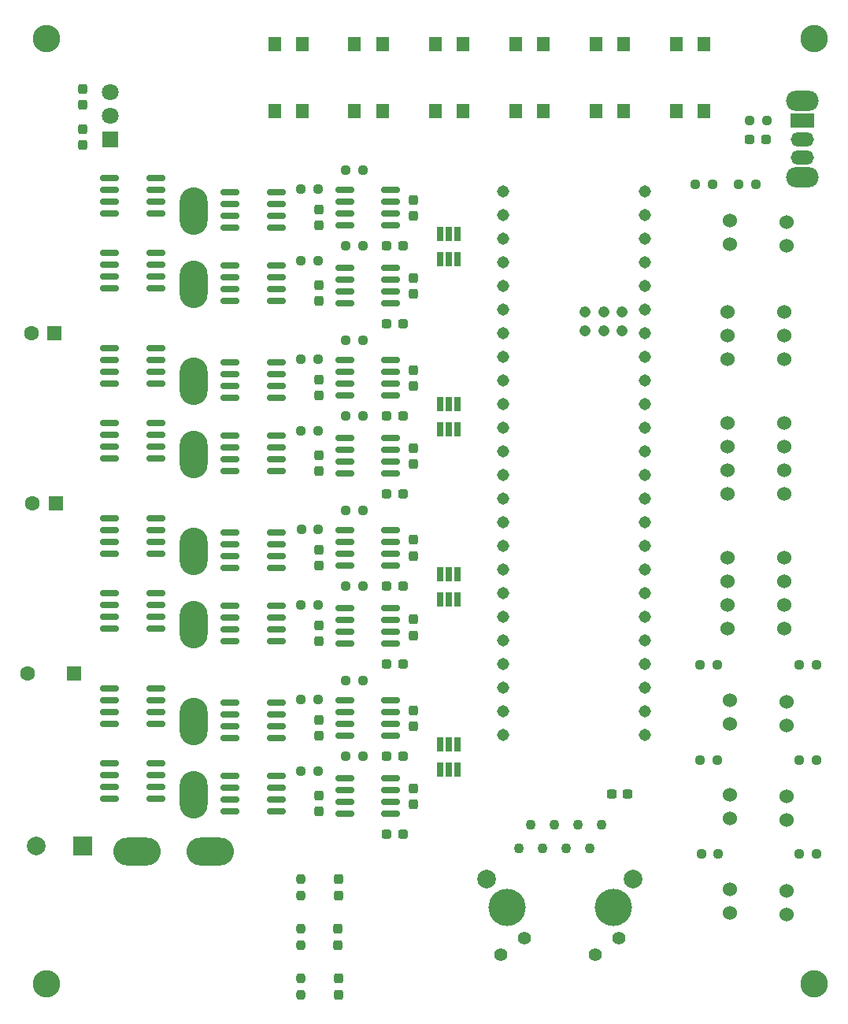
<source format=gts>
G04 #@! TF.GenerationSoftware,KiCad,Pcbnew,7.0.7*
G04 #@! TF.CreationDate,2024-04-12T20:50:38-05:00*
G04 #@! TF.ProjectId,Science_Actuation,53636965-6e63-4655-9f41-637475617469,rev?*
G04 #@! TF.SameCoordinates,Original*
G04 #@! TF.FileFunction,Soldermask,Top*
G04 #@! TF.FilePolarity,Negative*
%FSLAX46Y46*%
G04 Gerber Fmt 4.6, Leading zero omitted, Abs format (unit mm)*
G04 Created by KiCad (PCBNEW 7.0.7) date 2024-04-12 20:50:38*
%MOMM*%
%LPD*%
G01*
G04 APERTURE LIST*
G04 Aperture macros list*
%AMRoundRect*
0 Rectangle with rounded corners*
0 $1 Rounding radius*
0 $2 $3 $4 $5 $6 $7 $8 $9 X,Y pos of 4 corners*
0 Add a 4 corners polygon primitive as box body*
4,1,4,$2,$3,$4,$5,$6,$7,$8,$9,$2,$3,0*
0 Add four circle primitives for the rounded corners*
1,1,$1+$1,$2,$3*
1,1,$1+$1,$4,$5*
1,1,$1+$1,$6,$7*
1,1,$1+$1,$8,$9*
0 Add four rect primitives between the rounded corners*
20,1,$1+$1,$2,$3,$4,$5,0*
20,1,$1+$1,$4,$5,$6,$7,0*
20,1,$1+$1,$6,$7,$8,$9,0*
20,1,$1+$1,$8,$9,$2,$3,0*%
G04 Aperture macros list end*
%ADD10R,0.650000X1.560000*%
%ADD11RoundRect,0.237500X-0.287500X-0.237500X0.287500X-0.237500X0.287500X0.237500X-0.287500X0.237500X0*%
%ADD12R,1.400000X1.600000*%
%ADD13RoundRect,0.237500X0.237500X-0.300000X0.237500X0.300000X-0.237500X0.300000X-0.237500X-0.300000X0*%
%ADD14RoundRect,0.237500X-0.250000X-0.237500X0.250000X-0.237500X0.250000X0.237500X-0.250000X0.237500X0*%
%ADD15RoundRect,0.150000X0.825000X0.150000X-0.825000X0.150000X-0.825000X-0.150000X0.825000X-0.150000X0*%
%ADD16RoundRect,0.237500X0.287500X0.237500X-0.287500X0.237500X-0.287500X-0.237500X0.287500X-0.237500X0*%
%ADD17C,1.308000*%
%ADD18C,1.208000*%
%ADD19R,1.600000X1.600000*%
%ADD20C,1.600000*%
%ADD21RoundRect,0.237500X-0.237500X0.287500X-0.237500X-0.287500X0.237500X-0.287500X0.237500X0.287500X0*%
%ADD22C,1.524000*%
%ADD23RoundRect,0.237500X-0.237500X0.250000X-0.237500X-0.250000X0.237500X-0.250000X0.237500X0.250000X0*%
%ADD24RoundRect,0.237500X0.250000X0.237500X-0.250000X0.237500X-0.250000X-0.237500X0.250000X-0.237500X0*%
%ADD25RoundRect,0.237500X-0.237500X0.300000X-0.237500X-0.300000X0.237500X-0.300000X0.237500X0.300000X0*%
%ADD26O,3.500000X2.200000*%
%ADD27R,2.500000X1.500000*%
%ADD28O,2.500000X1.500000*%
%ADD29R,2.000000X2.000000*%
%ADD30C,2.000000*%
%ADD31C,2.946400*%
%ADD32C,1.100000*%
%ADD33C,1.400000*%
%ADD34C,4.000000*%
%ADD35R,1.800000X1.800000*%
%ADD36C,1.800000*%
%ADD37RoundRect,0.237500X0.300000X0.237500X-0.300000X0.237500X-0.300000X-0.237500X0.300000X-0.237500X0*%
%ADD38O,5.100000X3.000000*%
%ADD39O,3.000000X5.100000*%
G04 APERTURE END LIST*
D10*
X127230297Y-82296000D03*
X126280297Y-82296000D03*
X125330297Y-82296000D03*
X125330297Y-84996000D03*
X126280297Y-84996000D03*
X127230297Y-84996000D03*
D11*
X119563297Y-65278000D03*
X121313297Y-65278000D03*
D12*
X124780297Y-50844000D03*
X124780297Y-43644000D03*
X127780297Y-50844000D03*
X127780297Y-43644000D03*
D13*
X112310297Y-107796500D03*
X112310297Y-106071500D03*
D14*
X153307797Y-110363000D03*
X155132797Y-110363000D03*
D15*
X119992297Y-99695000D03*
X119992297Y-98425000D03*
X119992297Y-97155000D03*
X119992297Y-95885000D03*
X115042297Y-95885000D03*
X115042297Y-97155000D03*
X115042297Y-98425000D03*
X115042297Y-99695000D03*
D13*
X112310297Y-71220500D03*
X112310297Y-69495500D03*
D16*
X160387000Y-53848000D03*
X158637000Y-53848000D03*
D17*
X132122297Y-61976000D03*
X132122297Y-64516000D03*
X132122297Y-67056000D03*
X132122297Y-69596000D03*
X132122297Y-94996000D03*
X147362297Y-64516000D03*
X132122297Y-72136000D03*
X132122297Y-74676000D03*
X132122297Y-77216000D03*
X132122297Y-79756000D03*
X132122297Y-82296000D03*
X132122297Y-84836000D03*
X132122297Y-87376000D03*
X132122297Y-89916000D03*
X132122297Y-92456000D03*
X147362297Y-92456000D03*
X147362297Y-89916000D03*
X147362297Y-87376000D03*
X147362297Y-84836000D03*
X147362297Y-82296000D03*
X147362297Y-79756000D03*
X147362297Y-77216000D03*
X147362297Y-74676000D03*
X147362297Y-72136000D03*
X147362297Y-69596000D03*
X147362297Y-67056000D03*
X132122297Y-97536000D03*
X132122297Y-100076000D03*
X132122297Y-102616000D03*
X132122297Y-105156000D03*
X132122297Y-107696000D03*
X132122297Y-110236000D03*
X132122297Y-112776000D03*
X132122297Y-115316000D03*
X132122297Y-117856000D03*
X147362297Y-117856000D03*
X147362297Y-115316000D03*
X147362297Y-112776000D03*
X147362297Y-110236000D03*
X147362297Y-107696000D03*
X147362297Y-105156000D03*
X147362297Y-102616000D03*
X147362297Y-100076000D03*
X147362297Y-97536000D03*
X132122297Y-59436000D03*
X147362297Y-94996000D03*
X147362297Y-61976000D03*
D18*
X142912297Y-74406000D03*
X142912297Y-72406000D03*
X144912297Y-72406000D03*
X144912297Y-74406000D03*
X140912297Y-74406000D03*
X140912297Y-72406000D03*
D17*
X147362297Y-59436000D03*
D14*
X153411297Y-130683000D03*
X155236297Y-130683000D03*
D15*
X107673297Y-107823000D03*
X107673297Y-106553000D03*
X107673297Y-105283000D03*
X107673297Y-104013000D03*
X102723297Y-104013000D03*
X102723297Y-105283000D03*
X102723297Y-106553000D03*
X102723297Y-107823000D03*
X119992297Y-71501000D03*
X119992297Y-70231000D03*
X119992297Y-68961000D03*
X119992297Y-67691000D03*
X115042297Y-67691000D03*
X115042297Y-68961000D03*
X115042297Y-70231000D03*
X115042297Y-71501000D03*
X94719297Y-98425000D03*
X94719297Y-97155000D03*
X94719297Y-95885000D03*
X94719297Y-94615000D03*
X89769297Y-94615000D03*
X89769297Y-95885000D03*
X89769297Y-97155000D03*
X89769297Y-98425000D03*
X94719297Y-124714000D03*
X94719297Y-123444000D03*
X94719297Y-122174000D03*
X94719297Y-120904000D03*
X89769297Y-120904000D03*
X89769297Y-122174000D03*
X89769297Y-123444000D03*
X89769297Y-124714000D03*
D19*
X83986380Y-92964000D03*
D20*
X81486380Y-92964000D03*
D21*
X114402000Y-133378000D03*
X114402000Y-135128000D03*
D22*
X156506297Y-116713000D03*
X156506297Y-114173000D03*
D23*
X110338000Y-133340500D03*
X110338000Y-135165500D03*
D10*
X127230297Y-100584000D03*
X126280297Y-100584000D03*
X125330297Y-100584000D03*
X125330297Y-103284000D03*
X126280297Y-103284000D03*
X127230297Y-103284000D03*
D15*
X119992297Y-108077000D03*
X119992297Y-106807000D03*
X119992297Y-105537000D03*
X119992297Y-104267000D03*
X115042297Y-104267000D03*
X115042297Y-105537000D03*
X115042297Y-106807000D03*
X115042297Y-108077000D03*
D13*
X112310297Y-89508500D03*
X112310297Y-87783500D03*
D24*
X117032797Y-75438000D03*
X115207797Y-75438000D03*
D25*
X86910297Y-48413500D03*
X86910297Y-50138500D03*
D24*
X112206797Y-121793000D03*
X110381797Y-121793000D03*
D10*
X127230297Y-64008000D03*
X126280297Y-64008000D03*
X125330297Y-64008000D03*
X125330297Y-66708000D03*
X126280297Y-66708000D03*
X127230297Y-66708000D03*
D22*
X162602297Y-114300000D03*
X162602297Y-116840000D03*
D12*
X107508297Y-50800000D03*
X107508297Y-43600000D03*
X110508297Y-50800000D03*
X110508297Y-43600000D03*
D13*
X86910297Y-54456500D03*
X86910297Y-52731500D03*
D10*
X127230297Y-118872000D03*
X126280297Y-118872000D03*
X125330297Y-118872000D03*
X125330297Y-121572000D03*
X126280297Y-121572000D03*
X127230297Y-121572000D03*
D13*
X122470297Y-88746500D03*
X122470297Y-87021500D03*
D26*
X164294500Y-49748000D03*
X164294500Y-57948000D03*
D27*
X164294500Y-51848000D03*
D28*
X164294500Y-53848000D03*
X164294500Y-55848000D03*
D24*
X117032797Y-112014000D03*
X115207797Y-112014000D03*
D29*
X86910297Y-129794000D03*
D30*
X81910297Y-129794000D03*
D31*
X165536880Y-42981880D03*
D22*
X162348297Y-98806000D03*
X162348297Y-101346000D03*
X162348297Y-103886000D03*
X162348297Y-106426000D03*
X162348297Y-106426000D03*
D15*
X94719297Y-116713000D03*
X94719297Y-115443000D03*
X94719297Y-114173000D03*
X94719297Y-112903000D03*
X89769297Y-112903000D03*
X89769297Y-114173000D03*
X89769297Y-115443000D03*
X89769297Y-116713000D03*
D22*
X156506297Y-126873000D03*
X156506297Y-124333000D03*
D15*
X107673297Y-81661000D03*
X107673297Y-80391000D03*
X107673297Y-79121000D03*
X107673297Y-77851000D03*
X102723297Y-77851000D03*
X102723297Y-79121000D03*
X102723297Y-80391000D03*
X102723297Y-81661000D03*
X107673297Y-99949000D03*
X107673297Y-98679000D03*
X107673297Y-97409000D03*
X107673297Y-96139000D03*
X102723297Y-96139000D03*
X102723297Y-97409000D03*
X102723297Y-98679000D03*
X102723297Y-99949000D03*
D24*
X165800797Y-110363000D03*
X163975797Y-110363000D03*
D11*
X119563297Y-120142000D03*
X121313297Y-120142000D03*
D15*
X94719297Y-69850000D03*
X94719297Y-68580000D03*
X94719297Y-67310000D03*
X94719297Y-66040000D03*
X89769297Y-66040000D03*
X89769297Y-67310000D03*
X89769297Y-68580000D03*
X89769297Y-69850000D03*
X119992297Y-126365000D03*
X119992297Y-125095000D03*
X119992297Y-123825000D03*
X119992297Y-122555000D03*
X115042297Y-122555000D03*
X115042297Y-123825000D03*
X115042297Y-125095000D03*
X115042297Y-126365000D03*
D14*
X157433000Y-58674000D03*
X159258000Y-58674000D03*
D23*
X110338000Y-138674500D03*
X110338000Y-140499500D03*
D19*
X85968651Y-111252000D03*
D20*
X80968651Y-111252000D03*
D15*
X107673297Y-89535000D03*
X107673297Y-88265000D03*
X107673297Y-86995000D03*
X107673297Y-85725000D03*
X102723297Y-85725000D03*
X102723297Y-86995000D03*
X102723297Y-88265000D03*
X102723297Y-89535000D03*
D13*
X122470297Y-80364500D03*
X122470297Y-78639500D03*
D15*
X107673297Y-118237000D03*
X107673297Y-116967000D03*
X107673297Y-115697000D03*
X107673297Y-114427000D03*
X102723297Y-114427000D03*
X102723297Y-115697000D03*
X102723297Y-116967000D03*
X102723297Y-118237000D03*
X94719297Y-88138000D03*
X94719297Y-86868000D03*
X94719297Y-85598000D03*
X94719297Y-84328000D03*
X89769297Y-84328000D03*
X89769297Y-85598000D03*
X89769297Y-86868000D03*
X89769297Y-88138000D03*
D24*
X154582500Y-58674000D03*
X152757500Y-58674000D03*
D12*
X150688297Y-50844000D03*
X150688297Y-43644000D03*
X153688297Y-50844000D03*
X153688297Y-43644000D03*
D31*
X82986880Y-42981880D03*
D22*
X156506297Y-137033000D03*
X156506297Y-134493000D03*
D15*
X119992297Y-81407000D03*
X119992297Y-80137000D03*
X119992297Y-78867000D03*
X119992297Y-77597000D03*
X115042297Y-77597000D03*
X115042297Y-78867000D03*
X115042297Y-80137000D03*
X115042297Y-81407000D03*
D22*
X156252297Y-77470000D03*
X156252297Y-74930000D03*
X156252297Y-72390000D03*
D15*
X94719297Y-61849000D03*
X94719297Y-60579000D03*
X94719297Y-59309000D03*
X94719297Y-58039000D03*
X89769297Y-58039000D03*
X89769297Y-59309000D03*
X89769297Y-60579000D03*
X89769297Y-61849000D03*
D22*
X156252297Y-106426000D03*
X156252297Y-103886000D03*
X156252297Y-101346000D03*
X156252297Y-98806000D03*
X156252297Y-98806000D03*
D13*
X122470297Y-107161500D03*
X122470297Y-105436500D03*
D21*
X114402000Y-144046000D03*
X114402000Y-145796000D03*
D24*
X112206797Y-85217000D03*
X110381797Y-85217000D03*
D15*
X107673297Y-71247000D03*
X107673297Y-69977000D03*
X107673297Y-68707000D03*
X107673297Y-67437000D03*
X102723297Y-67437000D03*
X102723297Y-68707000D03*
X102723297Y-69977000D03*
X102723297Y-71247000D03*
D31*
X82986880Y-144581880D03*
D24*
X117032797Y-57150000D03*
X115207797Y-57150000D03*
D11*
X119577297Y-101854000D03*
X121327297Y-101854000D03*
D22*
X156506297Y-65151000D03*
X156506297Y-62611000D03*
D13*
X112310297Y-99668500D03*
X112310297Y-97943500D03*
D12*
X116120297Y-50800000D03*
X116120297Y-43600000D03*
X119120297Y-50800000D03*
X119120297Y-43600000D03*
D11*
X119563297Y-110236000D03*
X121313297Y-110236000D03*
D15*
X119992297Y-89789000D03*
X119992297Y-88519000D03*
X119992297Y-87249000D03*
X119992297Y-85979000D03*
X115042297Y-85979000D03*
X115042297Y-87249000D03*
X115042297Y-88519000D03*
X115042297Y-89789000D03*
X119992297Y-117983000D03*
X119992297Y-116713000D03*
X119992297Y-115443000D03*
X119992297Y-114173000D03*
X115042297Y-114173000D03*
X115042297Y-115443000D03*
X115042297Y-116713000D03*
X115042297Y-117983000D03*
D24*
X165800797Y-130683000D03*
X163975797Y-130683000D03*
D15*
X107673297Y-63373000D03*
X107673297Y-62103000D03*
X107673297Y-60833000D03*
X107673297Y-59563000D03*
X102723297Y-59563000D03*
X102723297Y-60833000D03*
X102723297Y-62103000D03*
X102723297Y-63373000D03*
D13*
X122470297Y-98626000D03*
X122470297Y-96901000D03*
D24*
X112230297Y-95758000D03*
X110405297Y-95758000D03*
D12*
X133416297Y-50844000D03*
X133416297Y-43644000D03*
X136416297Y-50844000D03*
X136416297Y-43644000D03*
D22*
X162602297Y-124460000D03*
X162602297Y-127000000D03*
D11*
X119563297Y-128524000D03*
X121313297Y-128524000D03*
D22*
X162602297Y-62738000D03*
X162602297Y-65278000D03*
D11*
X119577297Y-83566000D03*
X121327297Y-83566000D03*
D15*
X119992297Y-63119000D03*
X119992297Y-61849000D03*
X119992297Y-60579000D03*
X119992297Y-59309000D03*
X115042297Y-59309000D03*
X115042297Y-60579000D03*
X115042297Y-61849000D03*
X115042297Y-63119000D03*
D19*
X83859380Y-74676000D03*
D20*
X81359380Y-74676000D03*
D24*
X117032797Y-83566000D03*
X115207797Y-83566000D03*
D31*
X165536880Y-144581880D03*
D32*
X133756000Y-130048000D03*
X135026000Y-127508000D03*
X136296000Y-130048000D03*
X137566000Y-127508000D03*
X138836000Y-130048000D03*
X140106000Y-127508000D03*
X141376000Y-130048000D03*
X142646000Y-127508000D03*
D33*
X131876000Y-141478000D03*
X134416000Y-139688000D03*
X141986000Y-141478000D03*
X144526000Y-139688000D03*
D34*
X132486000Y-136398000D03*
X143916000Y-136398000D03*
D30*
X130326000Y-133348000D03*
X146076000Y-133348000D03*
D22*
X156252297Y-91948000D03*
X156252297Y-89408000D03*
X156252297Y-86868000D03*
X156252297Y-84328000D03*
X156252297Y-84328000D03*
D24*
X117032797Y-65278000D03*
X115207797Y-65278000D03*
X112206797Y-59182000D03*
X110381797Y-59182000D03*
X117032797Y-101854000D03*
X115207797Y-101854000D03*
D15*
X94719297Y-106426000D03*
X94719297Y-105156000D03*
X94719297Y-103886000D03*
X94719297Y-102616000D03*
X89769297Y-102616000D03*
X89769297Y-103886000D03*
X89769297Y-105156000D03*
X89769297Y-106426000D03*
D22*
X162348297Y-84328000D03*
X162348297Y-86868000D03*
X162348297Y-89408000D03*
X162348297Y-91948000D03*
X162348297Y-91948000D03*
D24*
X112206797Y-66929000D03*
X110381797Y-66929000D03*
D13*
X122470297Y-62076500D03*
X122470297Y-60351500D03*
D24*
X112206797Y-103886000D03*
X110381797Y-103886000D03*
D15*
X107673297Y-126111000D03*
X107673297Y-124841000D03*
X107673297Y-123571000D03*
X107673297Y-122301000D03*
X102723297Y-122301000D03*
X102723297Y-123571000D03*
X102723297Y-124841000D03*
X102723297Y-126111000D03*
D13*
X112310297Y-81380500D03*
X112310297Y-79655500D03*
D23*
X110338000Y-144008500D03*
X110338000Y-145833500D03*
D24*
X112206797Y-114046000D03*
X110381797Y-114046000D03*
D13*
X122470297Y-70458500D03*
X122470297Y-68733500D03*
X112310297Y-126084500D03*
X112310297Y-124359500D03*
D22*
X162348297Y-72390000D03*
X162348297Y-74930000D03*
X162348297Y-77470000D03*
D24*
X117032797Y-93726000D03*
X115207797Y-93726000D03*
D12*
X142052297Y-50844000D03*
X142052297Y-43644000D03*
X145052297Y-50844000D03*
X145052297Y-43644000D03*
D13*
X112310297Y-117956500D03*
X112310297Y-116231500D03*
D24*
X117032797Y-120142000D03*
X115207797Y-120142000D03*
X165800797Y-120586500D03*
X163975797Y-120586500D03*
X112206797Y-77470000D03*
X110381797Y-77470000D03*
D35*
X89836297Y-53858000D03*
D36*
X89836297Y-51318000D03*
X89836297Y-48778000D03*
D22*
X162602297Y-134620000D03*
X162602297Y-137160000D03*
D11*
X119577297Y-91948000D03*
X121327297Y-91948000D03*
D21*
X114289000Y-138712000D03*
X114289000Y-140462000D03*
D14*
X153307797Y-120586500D03*
X155132797Y-120586500D03*
D37*
X145515500Y-124206000D03*
X143790500Y-124206000D03*
D13*
X122470297Y-116940500D03*
X122470297Y-115215500D03*
X112310297Y-63092500D03*
X112310297Y-61367500D03*
D15*
X94719297Y-80137000D03*
X94719297Y-78867000D03*
X94719297Y-77597000D03*
X94719297Y-76327000D03*
X89769297Y-76327000D03*
X89769297Y-77597000D03*
X89769297Y-78867000D03*
X89769297Y-80137000D03*
D11*
X119563297Y-73660000D03*
X121313297Y-73660000D03*
D24*
X160424500Y-51816000D03*
X158599500Y-51816000D03*
D13*
X122470297Y-125322500D03*
X122470297Y-123597500D03*
D38*
X100626297Y-130366800D03*
X92752297Y-130366800D03*
D39*
X98783497Y-124333000D03*
X98783497Y-116459000D03*
X98783497Y-69469000D03*
X98783497Y-61595000D03*
X98783497Y-87757000D03*
X98783497Y-79883000D03*
X98783497Y-106045000D03*
X98783497Y-98171000D03*
M02*

</source>
